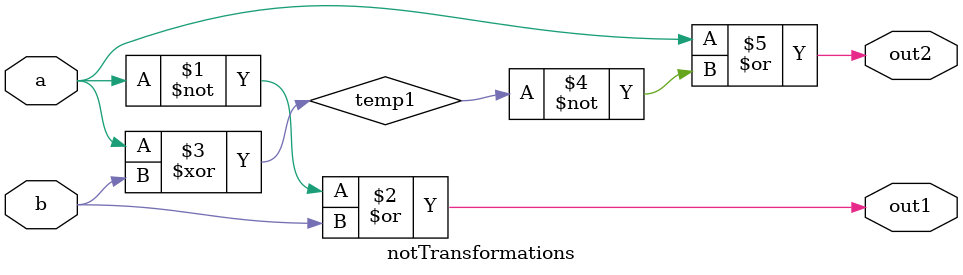
<source format=sv>
module notTransformations(
    input  logic a, b,
    output logic out1, out2
);

    logic temp1;

    assign out1 = ~a | b;
    assign temp1 = a ^ b;
    assign out2 = a | ~temp1;
    
endmodule




</source>
